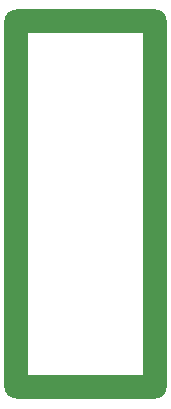
<source format=gbr>
G04 #@! TF.GenerationSoftware,KiCad,Pcbnew,(5.1.5)-3*
G04 #@! TF.CreationDate,2021-03-06T02:02:55+09:00*
G04 #@! TF.ProjectId,Getta25,47657474-6132-4352-9e6b-696361645f70,rev?*
G04 #@! TF.SameCoordinates,Original*
G04 #@! TF.FileFunction,Copper,L2,Bot*
G04 #@! TF.FilePolarity,Positive*
%FSLAX46Y46*%
G04 Gerber Fmt 4.6, Leading zero omitted, Abs format (unit mm)*
G04 Created by KiCad (PCBNEW (5.1.5)-3) date 2021-03-06 02:02:55*
%MOMM*%
%LPD*%
G04 APERTURE LIST*
%ADD10O,13.650000X2.000000*%
%ADD11O,2.000000X32.900000*%
G04 APERTURE END LIST*
D10*
X121050000Y-42150000D03*
D11*
X126950000Y-26650000D03*
D10*
X121050000Y-11150000D03*
D11*
X115150000Y-26650000D03*
M02*

</source>
